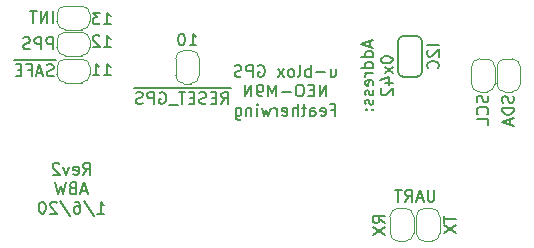
<source format=gbr>
G04 #@! TF.GenerationSoftware,KiCad,Pcbnew,(5.1.4)-1*
G04 #@! TF.CreationDate,2020-01-06T17:29:22-05:00*
G04 #@! TF.ProjectId,Feather-NEO-M9N-GPS,46656174-6865-4722-9d4e-454f2d4d394e,rev?*
G04 #@! TF.SameCoordinates,Original*
G04 #@! TF.FileFunction,Legend,Bot*
G04 #@! TF.FilePolarity,Positive*
%FSLAX46Y46*%
G04 Gerber Fmt 4.6, Leading zero omitted, Abs format (unit mm)*
G04 Created by KiCad (PCBNEW (5.1.4)-1) date 2020-01-06 17:29:22*
%MOMM*%
%LPD*%
G04 APERTURE LIST*
%ADD10C,0.150000*%
%ADD11C,0.120000*%
%ADD12C,0.203200*%
G04 APERTURE END LIST*
D10*
X148882076Y-78290680D02*
X149453504Y-78290680D01*
X149167790Y-78290680D02*
X149167790Y-77290680D01*
X149263028Y-77433538D01*
X149358266Y-77528776D01*
X149453504Y-77576395D01*
X148263028Y-77290680D02*
X148167790Y-77290680D01*
X148072552Y-77338300D01*
X148024933Y-77385919D01*
X147977314Y-77481157D01*
X147929695Y-77671633D01*
X147929695Y-77909728D01*
X147977314Y-78100204D01*
X148024933Y-78195442D01*
X148072552Y-78243061D01*
X148167790Y-78290680D01*
X148263028Y-78290680D01*
X148358266Y-78243061D01*
X148405885Y-78195442D01*
X148453504Y-78100204D01*
X148501123Y-77909728D01*
X148501123Y-77671633D01*
X148453504Y-77481157D01*
X148405885Y-77385919D01*
X148358266Y-77338300D01*
X148263028Y-77290680D01*
X139863390Y-89226380D02*
X140196723Y-88750190D01*
X140434819Y-89226380D02*
X140434819Y-88226380D01*
X140053866Y-88226380D01*
X139958628Y-88274000D01*
X139911009Y-88321619D01*
X139863390Y-88416857D01*
X139863390Y-88559714D01*
X139911009Y-88654952D01*
X139958628Y-88702571D01*
X140053866Y-88750190D01*
X140434819Y-88750190D01*
X139053866Y-89178761D02*
X139149104Y-89226380D01*
X139339580Y-89226380D01*
X139434819Y-89178761D01*
X139482438Y-89083523D01*
X139482438Y-88702571D01*
X139434819Y-88607333D01*
X139339580Y-88559714D01*
X139149104Y-88559714D01*
X139053866Y-88607333D01*
X139006247Y-88702571D01*
X139006247Y-88797809D01*
X139482438Y-88893047D01*
X138672914Y-88559714D02*
X138434819Y-89226380D01*
X138196723Y-88559714D01*
X137863390Y-88321619D02*
X137815771Y-88274000D01*
X137720533Y-88226380D01*
X137482438Y-88226380D01*
X137387200Y-88274000D01*
X137339580Y-88321619D01*
X137291961Y-88416857D01*
X137291961Y-88512095D01*
X137339580Y-88654952D01*
X137911009Y-89226380D01*
X137291961Y-89226380D01*
X140196723Y-90590666D02*
X139720533Y-90590666D01*
X140291961Y-90876380D02*
X139958628Y-89876380D01*
X139625295Y-90876380D01*
X138958628Y-90352571D02*
X138815771Y-90400190D01*
X138768152Y-90447809D01*
X138720533Y-90543047D01*
X138720533Y-90685904D01*
X138768152Y-90781142D01*
X138815771Y-90828761D01*
X138911009Y-90876380D01*
X139291961Y-90876380D01*
X139291961Y-89876380D01*
X138958628Y-89876380D01*
X138863390Y-89924000D01*
X138815771Y-89971619D01*
X138768152Y-90066857D01*
X138768152Y-90162095D01*
X138815771Y-90257333D01*
X138863390Y-90304952D01*
X138958628Y-90352571D01*
X139291961Y-90352571D01*
X138387200Y-89876380D02*
X138149104Y-90876380D01*
X137958628Y-90162095D01*
X137768152Y-90876380D01*
X137530057Y-89876380D01*
X141077676Y-92526380D02*
X141649104Y-92526380D01*
X141363390Y-92526380D02*
X141363390Y-91526380D01*
X141458628Y-91669238D01*
X141553866Y-91764476D01*
X141649104Y-91812095D01*
X139934819Y-91478761D02*
X140791961Y-92764476D01*
X139172914Y-91526380D02*
X139363390Y-91526380D01*
X139458628Y-91574000D01*
X139506247Y-91621619D01*
X139601485Y-91764476D01*
X139649104Y-91954952D01*
X139649104Y-92335904D01*
X139601485Y-92431142D01*
X139553866Y-92478761D01*
X139458628Y-92526380D01*
X139268152Y-92526380D01*
X139172914Y-92478761D01*
X139125295Y-92431142D01*
X139077676Y-92335904D01*
X139077676Y-92097809D01*
X139125295Y-92002571D01*
X139172914Y-91954952D01*
X139268152Y-91907333D01*
X139458628Y-91907333D01*
X139553866Y-91954952D01*
X139601485Y-92002571D01*
X139649104Y-92097809D01*
X137934819Y-91478761D02*
X138791961Y-92764476D01*
X137649104Y-91621619D02*
X137601485Y-91574000D01*
X137506247Y-91526380D01*
X137268152Y-91526380D01*
X137172914Y-91574000D01*
X137125295Y-91621619D01*
X137077676Y-91716857D01*
X137077676Y-91812095D01*
X137125295Y-91954952D01*
X137696723Y-92526380D01*
X137077676Y-92526380D01*
X136458628Y-91526380D02*
X136363390Y-91526380D01*
X136268152Y-91574000D01*
X136220533Y-91621619D01*
X136172914Y-91716857D01*
X136125295Y-91907333D01*
X136125295Y-92145428D01*
X136172914Y-92335904D01*
X136220533Y-92431142D01*
X136268152Y-92478761D01*
X136363390Y-92526380D01*
X136458628Y-92526380D01*
X136553866Y-92478761D01*
X136601485Y-92431142D01*
X136649104Y-92335904D01*
X136696723Y-92145428D01*
X136696723Y-91907333D01*
X136649104Y-91716857D01*
X136601485Y-91621619D01*
X136553866Y-91574000D01*
X136458628Y-91526380D01*
X160843433Y-80279314D02*
X160843433Y-80945980D01*
X161272004Y-80279314D02*
X161272004Y-80803123D01*
X161224385Y-80898361D01*
X161129147Y-80945980D01*
X160986290Y-80945980D01*
X160891052Y-80898361D01*
X160843433Y-80850742D01*
X160367242Y-80565028D02*
X159605338Y-80565028D01*
X159129147Y-80945980D02*
X159129147Y-79945980D01*
X159129147Y-80326933D02*
X159033909Y-80279314D01*
X158843433Y-80279314D01*
X158748195Y-80326933D01*
X158700576Y-80374552D01*
X158652957Y-80469790D01*
X158652957Y-80755504D01*
X158700576Y-80850742D01*
X158748195Y-80898361D01*
X158843433Y-80945980D01*
X159033909Y-80945980D01*
X159129147Y-80898361D01*
X158081528Y-80945980D02*
X158176766Y-80898361D01*
X158224385Y-80803123D01*
X158224385Y-79945980D01*
X157557719Y-80945980D02*
X157652957Y-80898361D01*
X157700576Y-80850742D01*
X157748195Y-80755504D01*
X157748195Y-80469790D01*
X157700576Y-80374552D01*
X157652957Y-80326933D01*
X157557719Y-80279314D01*
X157414861Y-80279314D01*
X157319623Y-80326933D01*
X157272004Y-80374552D01*
X157224385Y-80469790D01*
X157224385Y-80755504D01*
X157272004Y-80850742D01*
X157319623Y-80898361D01*
X157414861Y-80945980D01*
X157557719Y-80945980D01*
X156891052Y-80945980D02*
X156367242Y-80279314D01*
X156891052Y-80279314D02*
X156367242Y-80945980D01*
X154700576Y-79993600D02*
X154795814Y-79945980D01*
X154938671Y-79945980D01*
X155081528Y-79993600D01*
X155176766Y-80088838D01*
X155224385Y-80184076D01*
X155272004Y-80374552D01*
X155272004Y-80517409D01*
X155224385Y-80707885D01*
X155176766Y-80803123D01*
X155081528Y-80898361D01*
X154938671Y-80945980D01*
X154843433Y-80945980D01*
X154700576Y-80898361D01*
X154652957Y-80850742D01*
X154652957Y-80517409D01*
X154843433Y-80517409D01*
X154224385Y-80945980D02*
X154224385Y-79945980D01*
X153843433Y-79945980D01*
X153748195Y-79993600D01*
X153700576Y-80041219D01*
X153652957Y-80136457D01*
X153652957Y-80279314D01*
X153700576Y-80374552D01*
X153748195Y-80422171D01*
X153843433Y-80469790D01*
X154224385Y-80469790D01*
X153272004Y-80898361D02*
X153129147Y-80945980D01*
X152891052Y-80945980D01*
X152795814Y-80898361D01*
X152748195Y-80850742D01*
X152700576Y-80755504D01*
X152700576Y-80660266D01*
X152748195Y-80565028D01*
X152795814Y-80517409D01*
X152891052Y-80469790D01*
X153081528Y-80422171D01*
X153176766Y-80374552D01*
X153224385Y-80326933D01*
X153272004Y-80231695D01*
X153272004Y-80136457D01*
X153224385Y-80041219D01*
X153176766Y-79993600D01*
X153081528Y-79945980D01*
X152843433Y-79945980D01*
X152700576Y-79993600D01*
X160462480Y-82595980D02*
X160462480Y-81595980D01*
X159891052Y-82595980D01*
X159891052Y-81595980D01*
X159414861Y-82072171D02*
X159081528Y-82072171D01*
X158938671Y-82595980D02*
X159414861Y-82595980D01*
X159414861Y-81595980D01*
X158938671Y-81595980D01*
X158319623Y-81595980D02*
X158129147Y-81595980D01*
X158033909Y-81643600D01*
X157938671Y-81738838D01*
X157891052Y-81929314D01*
X157891052Y-82262647D01*
X157938671Y-82453123D01*
X158033909Y-82548361D01*
X158129147Y-82595980D01*
X158319623Y-82595980D01*
X158414861Y-82548361D01*
X158510100Y-82453123D01*
X158557719Y-82262647D01*
X158557719Y-81929314D01*
X158510100Y-81738838D01*
X158414861Y-81643600D01*
X158319623Y-81595980D01*
X157462480Y-82215028D02*
X156700576Y-82215028D01*
X156224385Y-82595980D02*
X156224385Y-81595980D01*
X155891052Y-82310266D01*
X155557719Y-81595980D01*
X155557719Y-82595980D01*
X155033909Y-82595980D02*
X154843433Y-82595980D01*
X154748195Y-82548361D01*
X154700576Y-82500742D01*
X154605338Y-82357885D01*
X154557719Y-82167409D01*
X154557719Y-81786457D01*
X154605338Y-81691219D01*
X154652957Y-81643600D01*
X154748195Y-81595980D01*
X154938671Y-81595980D01*
X155033909Y-81643600D01*
X155081528Y-81691219D01*
X155129147Y-81786457D01*
X155129147Y-82024552D01*
X155081528Y-82119790D01*
X155033909Y-82167409D01*
X154938671Y-82215028D01*
X154748195Y-82215028D01*
X154652957Y-82167409D01*
X154605338Y-82119790D01*
X154557719Y-82024552D01*
X154129147Y-82595980D02*
X154129147Y-81595980D01*
X153557719Y-82595980D01*
X153557719Y-81595980D01*
X160891052Y-83722171D02*
X161224385Y-83722171D01*
X161224385Y-84245980D02*
X161224385Y-83245980D01*
X160748195Y-83245980D01*
X159986290Y-84198361D02*
X160081528Y-84245980D01*
X160272004Y-84245980D01*
X160367242Y-84198361D01*
X160414861Y-84103123D01*
X160414861Y-83722171D01*
X160367242Y-83626933D01*
X160272004Y-83579314D01*
X160081528Y-83579314D01*
X159986290Y-83626933D01*
X159938671Y-83722171D01*
X159938671Y-83817409D01*
X160414861Y-83912647D01*
X159081528Y-84245980D02*
X159081528Y-83722171D01*
X159129147Y-83626933D01*
X159224385Y-83579314D01*
X159414861Y-83579314D01*
X159510100Y-83626933D01*
X159081528Y-84198361D02*
X159176766Y-84245980D01*
X159414861Y-84245980D01*
X159510100Y-84198361D01*
X159557719Y-84103123D01*
X159557719Y-84007885D01*
X159510100Y-83912647D01*
X159414861Y-83865028D01*
X159176766Y-83865028D01*
X159081528Y-83817409D01*
X158748195Y-83579314D02*
X158367242Y-83579314D01*
X158605338Y-83245980D02*
X158605338Y-84103123D01*
X158557719Y-84198361D01*
X158462480Y-84245980D01*
X158367242Y-84245980D01*
X158033909Y-84245980D02*
X158033909Y-83245980D01*
X157605338Y-84245980D02*
X157605338Y-83722171D01*
X157652957Y-83626933D01*
X157748195Y-83579314D01*
X157891052Y-83579314D01*
X157986290Y-83626933D01*
X158033909Y-83674552D01*
X156748195Y-84198361D02*
X156843433Y-84245980D01*
X157033909Y-84245980D01*
X157129147Y-84198361D01*
X157176766Y-84103123D01*
X157176766Y-83722171D01*
X157129147Y-83626933D01*
X157033909Y-83579314D01*
X156843433Y-83579314D01*
X156748195Y-83626933D01*
X156700576Y-83722171D01*
X156700576Y-83817409D01*
X157176766Y-83912647D01*
X156272004Y-84245980D02*
X156272004Y-83579314D01*
X156272004Y-83769790D02*
X156224385Y-83674552D01*
X156176766Y-83626933D01*
X156081528Y-83579314D01*
X155986290Y-83579314D01*
X155748195Y-83579314D02*
X155557719Y-84245980D01*
X155367242Y-83769790D01*
X155176766Y-84245980D01*
X154986290Y-83579314D01*
X154605338Y-84245980D02*
X154605338Y-83579314D01*
X154605338Y-83245980D02*
X154652957Y-83293600D01*
X154605338Y-83341219D01*
X154557719Y-83293600D01*
X154605338Y-83245980D01*
X154605338Y-83341219D01*
X154129147Y-83579314D02*
X154129147Y-84245980D01*
X154129147Y-83674552D02*
X154081528Y-83626933D01*
X153986290Y-83579314D01*
X153843433Y-83579314D01*
X153748195Y-83626933D01*
X153700576Y-83722171D01*
X153700576Y-84245980D01*
X152795814Y-83579314D02*
X152795814Y-84388838D01*
X152843433Y-84484076D01*
X152891052Y-84531695D01*
X152986290Y-84579314D01*
X153129147Y-84579314D01*
X153224385Y-84531695D01*
X152795814Y-84198361D02*
X152891052Y-84245980D01*
X153081528Y-84245980D01*
X153176766Y-84198361D01*
X153224385Y-84150742D01*
X153272004Y-84055504D01*
X153272004Y-83769790D01*
X153224385Y-83674552D01*
X153176766Y-83626933D01*
X153081528Y-83579314D01*
X152891052Y-83579314D01*
X152795814Y-83626933D01*
X164136866Y-77932328D02*
X164136866Y-78408519D01*
X164422580Y-77837090D02*
X163422580Y-78170423D01*
X164422580Y-78503757D01*
X164422580Y-79265661D02*
X163422580Y-79265661D01*
X164374961Y-79265661D02*
X164422580Y-79170423D01*
X164422580Y-78979947D01*
X164374961Y-78884709D01*
X164327342Y-78837090D01*
X164232104Y-78789471D01*
X163946390Y-78789471D01*
X163851152Y-78837090D01*
X163803533Y-78884709D01*
X163755914Y-78979947D01*
X163755914Y-79170423D01*
X163803533Y-79265661D01*
X164422580Y-80170423D02*
X163422580Y-80170423D01*
X164374961Y-80170423D02*
X164422580Y-80075185D01*
X164422580Y-79884709D01*
X164374961Y-79789471D01*
X164327342Y-79741852D01*
X164232104Y-79694233D01*
X163946390Y-79694233D01*
X163851152Y-79741852D01*
X163803533Y-79789471D01*
X163755914Y-79884709D01*
X163755914Y-80075185D01*
X163803533Y-80170423D01*
X164422580Y-80646614D02*
X163755914Y-80646614D01*
X163946390Y-80646614D02*
X163851152Y-80694233D01*
X163803533Y-80741852D01*
X163755914Y-80837090D01*
X163755914Y-80932328D01*
X164374961Y-81646614D02*
X164422580Y-81551376D01*
X164422580Y-81360900D01*
X164374961Y-81265661D01*
X164279723Y-81218042D01*
X163898771Y-81218042D01*
X163803533Y-81265661D01*
X163755914Y-81360900D01*
X163755914Y-81551376D01*
X163803533Y-81646614D01*
X163898771Y-81694233D01*
X163994009Y-81694233D01*
X164089247Y-81218042D01*
X164374961Y-82075185D02*
X164422580Y-82170423D01*
X164422580Y-82360900D01*
X164374961Y-82456138D01*
X164279723Y-82503757D01*
X164232104Y-82503757D01*
X164136866Y-82456138D01*
X164089247Y-82360900D01*
X164089247Y-82218042D01*
X164041628Y-82122804D01*
X163946390Y-82075185D01*
X163898771Y-82075185D01*
X163803533Y-82122804D01*
X163755914Y-82218042D01*
X163755914Y-82360900D01*
X163803533Y-82456138D01*
X164374961Y-82884709D02*
X164422580Y-82979947D01*
X164422580Y-83170423D01*
X164374961Y-83265661D01*
X164279723Y-83313280D01*
X164232104Y-83313280D01*
X164136866Y-83265661D01*
X164089247Y-83170423D01*
X164089247Y-83027566D01*
X164041628Y-82932328D01*
X163946390Y-82884709D01*
X163898771Y-82884709D01*
X163803533Y-82932328D01*
X163755914Y-83027566D01*
X163755914Y-83170423D01*
X163803533Y-83265661D01*
X164327342Y-83741852D02*
X164374961Y-83789471D01*
X164422580Y-83741852D01*
X164374961Y-83694233D01*
X164327342Y-83741852D01*
X164422580Y-83741852D01*
X163803533Y-83741852D02*
X163851152Y-83789471D01*
X163898771Y-83741852D01*
X163851152Y-83694233D01*
X163803533Y-83741852D01*
X163898771Y-83741852D01*
X165072580Y-79456138D02*
X165072580Y-79551376D01*
X165120200Y-79646614D01*
X165167819Y-79694233D01*
X165263057Y-79741852D01*
X165453533Y-79789471D01*
X165691628Y-79789471D01*
X165882104Y-79741852D01*
X165977342Y-79694233D01*
X166024961Y-79646614D01*
X166072580Y-79551376D01*
X166072580Y-79456138D01*
X166024961Y-79360900D01*
X165977342Y-79313280D01*
X165882104Y-79265661D01*
X165691628Y-79218042D01*
X165453533Y-79218042D01*
X165263057Y-79265661D01*
X165167819Y-79313280D01*
X165120200Y-79360900D01*
X165072580Y-79456138D01*
X166072580Y-80122804D02*
X165405914Y-80646614D01*
X165405914Y-80122804D02*
X166072580Y-80646614D01*
X165405914Y-81456138D02*
X166072580Y-81456138D01*
X165024961Y-81218042D02*
X165739247Y-80979947D01*
X165739247Y-81598995D01*
X165167819Y-81932328D02*
X165120200Y-81979947D01*
X165072580Y-82075185D01*
X165072580Y-82313280D01*
X165120200Y-82408519D01*
X165167819Y-82456138D01*
X165263057Y-82503757D01*
X165358295Y-82503757D01*
X165501152Y-82456138D01*
X166072580Y-81884709D01*
X166072580Y-82503757D01*
X169616238Y-90511380D02*
X169616238Y-91320904D01*
X169568619Y-91416142D01*
X169521000Y-91463761D01*
X169425761Y-91511380D01*
X169235285Y-91511380D01*
X169140047Y-91463761D01*
X169092428Y-91416142D01*
X169044809Y-91320904D01*
X169044809Y-90511380D01*
X168616238Y-91225666D02*
X168140047Y-91225666D01*
X168711476Y-91511380D02*
X168378142Y-90511380D01*
X168044809Y-91511380D01*
X167140047Y-91511380D02*
X167473380Y-91035190D01*
X167711476Y-91511380D02*
X167711476Y-90511380D01*
X167330523Y-90511380D01*
X167235285Y-90559000D01*
X167187666Y-90606619D01*
X167140047Y-90701857D01*
X167140047Y-90844714D01*
X167187666Y-90939952D01*
X167235285Y-90987571D01*
X167330523Y-91035190D01*
X167711476Y-91035190D01*
X166854333Y-90511380D02*
X166282904Y-90511380D01*
X166568619Y-91511380D02*
X166568619Y-90511380D01*
X141627836Y-80833220D02*
X142199264Y-80833220D01*
X141913550Y-80833220D02*
X141913550Y-79833220D01*
X142008788Y-79976078D01*
X142104026Y-80071316D01*
X142199264Y-80118935D01*
X140675455Y-80833220D02*
X141246883Y-80833220D01*
X140961169Y-80833220D02*
X140961169Y-79833220D01*
X141056407Y-79976078D01*
X141151645Y-80071316D01*
X141246883Y-80118935D01*
X141627836Y-78430380D02*
X142199264Y-78430380D01*
X141913550Y-78430380D02*
X141913550Y-77430380D01*
X142008788Y-77573238D01*
X142104026Y-77668476D01*
X142199264Y-77716095D01*
X141246883Y-77525619D02*
X141199264Y-77478000D01*
X141104026Y-77430380D01*
X140865931Y-77430380D01*
X140770693Y-77478000D01*
X140723074Y-77525619D01*
X140675455Y-77620857D01*
X140675455Y-77716095D01*
X140723074Y-77858952D01*
X141294502Y-78430380D01*
X140675455Y-78430380D01*
X141627836Y-76515220D02*
X142199264Y-76515220D01*
X141913550Y-76515220D02*
X141913550Y-75515220D01*
X142008788Y-75658078D01*
X142104026Y-75753316D01*
X142199264Y-75800935D01*
X141294502Y-75515220D02*
X140675455Y-75515220D01*
X141008788Y-75896173D01*
X140865931Y-75896173D01*
X140770693Y-75943792D01*
X140723074Y-75991411D01*
X140675455Y-76086649D01*
X140675455Y-76324744D01*
X140723074Y-76419982D01*
X140770693Y-76467601D01*
X140865931Y-76515220D01*
X141151645Y-76515220D01*
X141246883Y-76467601D01*
X141294502Y-76419982D01*
D11*
X149704300Y-80811600D02*
X149704300Y-79411600D01*
X149004300Y-78711600D02*
X148404300Y-78711600D01*
X147704300Y-79411600D02*
X147704300Y-80811600D01*
X148404300Y-81511600D02*
X149004300Y-81511600D01*
X149004300Y-81511600D02*
G75*
G03X149704300Y-80811600I0J700000D01*
G01*
X147704300Y-80811600D02*
G75*
G03X148404300Y-81511600I700000J0D01*
G01*
X148404300Y-78711600D02*
G75*
G03X147704300Y-79411600I0J-700000D01*
G01*
X149704300Y-79411600D02*
G75*
G03X149004300Y-78711600I-700000J0D01*
G01*
D12*
X166532560Y-77942440D02*
X166532560Y-80482440D01*
X168107360Y-77485240D02*
X166989760Y-77485240D01*
X168107360Y-80939640D02*
X166989760Y-80939640D01*
X168107360Y-80939640D02*
G75*
G03X168564560Y-80482440I0J457200D01*
G01*
X168564560Y-77942440D02*
G75*
G03X168107360Y-77485240I-457200J0D01*
G01*
X166532560Y-77942440D02*
G75*
G02X166989760Y-77485240I457200J0D01*
G01*
X166989760Y-80939640D02*
G75*
G02X166532560Y-80482440I0J457200D01*
G01*
X168564560Y-80482440D02*
X168564560Y-77942440D01*
D11*
X138354840Y-81431640D02*
X139754840Y-81431640D01*
X140454840Y-80731640D02*
X140454840Y-80131640D01*
X139754840Y-79431640D02*
X138354840Y-79431640D01*
X137654840Y-80131640D02*
X137654840Y-80731640D01*
X137654840Y-80731640D02*
G75*
G03X138354840Y-81431640I700000J0D01*
G01*
X138354840Y-79431640D02*
G75*
G03X137654840Y-80131640I0J-700000D01*
G01*
X140454840Y-80131640D02*
G75*
G03X139754840Y-79431640I-700000J0D01*
G01*
X139754840Y-81431640D02*
G75*
G03X140454840Y-80731640I0J700000D01*
G01*
X138354840Y-79155800D02*
X139754840Y-79155800D01*
X140454840Y-78455800D02*
X140454840Y-77855800D01*
X139754840Y-77155800D02*
X138354840Y-77155800D01*
X137654840Y-77855800D02*
X137654840Y-78455800D01*
X137654840Y-78455800D02*
G75*
G03X138354840Y-79155800I700000J0D01*
G01*
X138354840Y-77155800D02*
G75*
G03X137654840Y-77855800I0J-700000D01*
G01*
X140454840Y-77855800D02*
G75*
G03X139754840Y-77155800I-700000J0D01*
G01*
X139754840Y-79155800D02*
G75*
G03X140454840Y-78455800I0J700000D01*
G01*
X138354840Y-76951080D02*
X139754840Y-76951080D01*
X140454840Y-76251080D02*
X140454840Y-75651080D01*
X139754840Y-74951080D02*
X138354840Y-74951080D01*
X137654840Y-75651080D02*
X137654840Y-76251080D01*
X137654840Y-76251080D02*
G75*
G03X138354840Y-76951080I700000J0D01*
G01*
X138354840Y-74951080D02*
G75*
G03X137654840Y-75651080I0J-700000D01*
G01*
X140454840Y-75651080D02*
G75*
G03X139754840Y-74951080I-700000J0D01*
G01*
X139754840Y-76951080D02*
G75*
G03X140454840Y-76251080I0J700000D01*
G01*
X167855140Y-94172000D02*
X167855140Y-92772000D01*
X167155140Y-92072000D02*
X166555140Y-92072000D01*
X165855140Y-92772000D02*
X165855140Y-94172000D01*
X166555140Y-94872000D02*
X167155140Y-94872000D01*
X167155140Y-94872000D02*
G75*
G03X167855140Y-94172000I0J700000D01*
G01*
X165855140Y-94172000D02*
G75*
G03X166555140Y-94872000I700000J0D01*
G01*
X166555140Y-92072000D02*
G75*
G03X165855140Y-92772000I0J-700000D01*
G01*
X167855140Y-92772000D02*
G75*
G03X167155140Y-92072000I-700000J0D01*
G01*
X168075100Y-92777080D02*
X168075100Y-94177080D01*
X168775100Y-94877080D02*
X169375100Y-94877080D01*
X170075100Y-94177080D02*
X170075100Y-92777080D01*
X169375100Y-92077080D02*
X168775100Y-92077080D01*
X168775100Y-92077080D02*
G75*
G03X168075100Y-92777080I0J-700000D01*
G01*
X170075100Y-92777080D02*
G75*
G03X169375100Y-92077080I-700000J0D01*
G01*
X169375100Y-94877080D02*
G75*
G03X170075100Y-94177080I0J700000D01*
G01*
X168075100Y-94177080D02*
G75*
G03X168775100Y-94877080I700000J0D01*
G01*
X172746160Y-80122800D02*
X172746160Y-81522800D01*
X173446160Y-82222800D02*
X174046160Y-82222800D01*
X174746160Y-81522800D02*
X174746160Y-80122800D01*
X174046160Y-79422800D02*
X173446160Y-79422800D01*
X173446160Y-79422800D02*
G75*
G03X172746160Y-80122800I0J-700000D01*
G01*
X174746160Y-80122800D02*
G75*
G03X174046160Y-79422800I-700000J0D01*
G01*
X174046160Y-82222800D02*
G75*
G03X174746160Y-81522800I0J700000D01*
G01*
X172746160Y-81522800D02*
G75*
G03X173446160Y-82222800I700000J0D01*
G01*
X174895000Y-80122800D02*
X174895000Y-81522800D01*
X175595000Y-82222800D02*
X176195000Y-82222800D01*
X176895000Y-81522800D02*
X176895000Y-80122800D01*
X176195000Y-79422800D02*
X175595000Y-79422800D01*
X175595000Y-79422800D02*
G75*
G03X174895000Y-80122800I0J-700000D01*
G01*
X176895000Y-80122800D02*
G75*
G03X176195000Y-79422800I-700000J0D01*
G01*
X176195000Y-82222800D02*
G75*
G03X176895000Y-81522800I0J700000D01*
G01*
X174895000Y-81522800D02*
G75*
G03X175595000Y-82222800I700000J0D01*
G01*
D10*
X152391547Y-81863600D02*
X151391547Y-81863600D01*
X151582023Y-83230980D02*
X151915357Y-82754790D01*
X152153452Y-83230980D02*
X152153452Y-82230980D01*
X151772500Y-82230980D01*
X151677261Y-82278600D01*
X151629642Y-82326219D01*
X151582023Y-82421457D01*
X151582023Y-82564314D01*
X151629642Y-82659552D01*
X151677261Y-82707171D01*
X151772500Y-82754790D01*
X152153452Y-82754790D01*
X151391547Y-81863600D02*
X150486785Y-81863600D01*
X151153452Y-82707171D02*
X150820119Y-82707171D01*
X150677261Y-83230980D02*
X151153452Y-83230980D01*
X151153452Y-82230980D01*
X150677261Y-82230980D01*
X150486785Y-81863600D02*
X149534404Y-81863600D01*
X150296309Y-83183361D02*
X150153452Y-83230980D01*
X149915357Y-83230980D01*
X149820119Y-83183361D01*
X149772500Y-83135742D01*
X149724880Y-83040504D01*
X149724880Y-82945266D01*
X149772500Y-82850028D01*
X149820119Y-82802409D01*
X149915357Y-82754790D01*
X150105833Y-82707171D01*
X150201071Y-82659552D01*
X150248690Y-82611933D01*
X150296309Y-82516695D01*
X150296309Y-82421457D01*
X150248690Y-82326219D01*
X150201071Y-82278600D01*
X150105833Y-82230980D01*
X149867738Y-82230980D01*
X149724880Y-82278600D01*
X149534404Y-81863600D02*
X148629642Y-81863600D01*
X149296309Y-82707171D02*
X148962976Y-82707171D01*
X148820119Y-83230980D02*
X149296309Y-83230980D01*
X149296309Y-82230980D01*
X148820119Y-82230980D01*
X148629642Y-81863600D02*
X147867738Y-81863600D01*
X148534404Y-82230980D02*
X147962976Y-82230980D01*
X148248690Y-83230980D02*
X148248690Y-82230980D01*
X147867738Y-81863600D02*
X147105833Y-81863600D01*
X147867738Y-83326219D02*
X147105833Y-83326219D01*
X147105833Y-81863600D02*
X146105833Y-81863600D01*
X146343928Y-82278600D02*
X146439166Y-82230980D01*
X146582023Y-82230980D01*
X146724880Y-82278600D01*
X146820119Y-82373838D01*
X146867738Y-82469076D01*
X146915357Y-82659552D01*
X146915357Y-82802409D01*
X146867738Y-82992885D01*
X146820119Y-83088123D01*
X146724880Y-83183361D01*
X146582023Y-83230980D01*
X146486785Y-83230980D01*
X146343928Y-83183361D01*
X146296309Y-83135742D01*
X146296309Y-82802409D01*
X146486785Y-82802409D01*
X146105833Y-81863600D02*
X145105833Y-81863600D01*
X145867738Y-83230980D02*
X145867738Y-82230980D01*
X145486785Y-82230980D01*
X145391547Y-82278600D01*
X145343928Y-82326219D01*
X145296309Y-82421457D01*
X145296309Y-82564314D01*
X145343928Y-82659552D01*
X145391547Y-82707171D01*
X145486785Y-82754790D01*
X145867738Y-82754790D01*
X145105833Y-81863600D02*
X144153452Y-81863600D01*
X144915357Y-83183361D02*
X144772500Y-83230980D01*
X144534404Y-83230980D01*
X144439166Y-83183361D01*
X144391547Y-83135742D01*
X144343928Y-83040504D01*
X144343928Y-82945266D01*
X144391547Y-82850028D01*
X144439166Y-82802409D01*
X144534404Y-82754790D01*
X144724880Y-82707171D01*
X144820119Y-82659552D01*
X144867738Y-82611933D01*
X144915357Y-82516695D01*
X144915357Y-82421457D01*
X144867738Y-82326219D01*
X144820119Y-82278600D01*
X144724880Y-82230980D01*
X144486785Y-82230980D01*
X144343928Y-82278600D01*
X169989380Y-78236249D02*
X168989380Y-78236249D01*
X169084619Y-78664820D02*
X169037000Y-78712440D01*
X168989380Y-78807678D01*
X168989380Y-79045773D01*
X169037000Y-79141011D01*
X169084619Y-79188630D01*
X169179857Y-79236249D01*
X169275095Y-79236249D01*
X169417952Y-79188630D01*
X169989380Y-78617201D01*
X169989380Y-79236249D01*
X169894142Y-80236249D02*
X169941761Y-80188630D01*
X169989380Y-80045773D01*
X169989380Y-79950535D01*
X169941761Y-79807678D01*
X169846523Y-79712440D01*
X169751285Y-79664820D01*
X169560809Y-79617201D01*
X169417952Y-79617201D01*
X169227476Y-79664820D01*
X169132238Y-79712440D01*
X169037000Y-79807678D01*
X168989380Y-79950535D01*
X168989380Y-80045773D01*
X169037000Y-80188630D01*
X169084619Y-80236249D01*
X137558874Y-79521720D02*
X136606493Y-79521720D01*
X137368398Y-80841481D02*
X137225540Y-80889100D01*
X136987445Y-80889100D01*
X136892207Y-80841481D01*
X136844588Y-80793862D01*
X136796969Y-80698624D01*
X136796969Y-80603386D01*
X136844588Y-80508148D01*
X136892207Y-80460529D01*
X136987445Y-80412910D01*
X137177921Y-80365291D01*
X137273160Y-80317672D01*
X137320779Y-80270053D01*
X137368398Y-80174815D01*
X137368398Y-80079577D01*
X137320779Y-79984339D01*
X137273160Y-79936720D01*
X137177921Y-79889100D01*
X136939826Y-79889100D01*
X136796969Y-79936720D01*
X136606493Y-79521720D02*
X135749350Y-79521720D01*
X136416017Y-80603386D02*
X135939826Y-80603386D01*
X136511255Y-80889100D02*
X136177921Y-79889100D01*
X135844588Y-80889100D01*
X135749350Y-79521720D02*
X134892207Y-79521720D01*
X135177921Y-80365291D02*
X135511255Y-80365291D01*
X135511255Y-80889100D02*
X135511255Y-79889100D01*
X135035064Y-79889100D01*
X134892207Y-79521720D02*
X133987445Y-79521720D01*
X134654112Y-80365291D02*
X134320779Y-80365291D01*
X134177921Y-80889100D02*
X134654112Y-80889100D01*
X134654112Y-79889100D01*
X134177921Y-79889100D01*
X137320779Y-78613260D02*
X137320779Y-77613260D01*
X136939826Y-77613260D01*
X136844588Y-77660880D01*
X136796969Y-77708499D01*
X136749350Y-77803737D01*
X136749350Y-77946594D01*
X136796969Y-78041832D01*
X136844588Y-78089451D01*
X136939826Y-78137070D01*
X137320779Y-78137070D01*
X136320779Y-78613260D02*
X136320779Y-77613260D01*
X135939826Y-77613260D01*
X135844588Y-77660880D01*
X135796969Y-77708499D01*
X135749350Y-77803737D01*
X135749350Y-77946594D01*
X135796969Y-78041832D01*
X135844588Y-78089451D01*
X135939826Y-78137070D01*
X136320779Y-78137070D01*
X135368398Y-78565641D02*
X135225541Y-78613260D01*
X134987445Y-78613260D01*
X134892207Y-78565641D01*
X134844588Y-78518022D01*
X134796969Y-78422784D01*
X134796969Y-78327546D01*
X134844588Y-78232308D01*
X134892207Y-78184689D01*
X134987445Y-78137070D01*
X135177922Y-78089451D01*
X135273160Y-78041832D01*
X135320779Y-77994213D01*
X135368398Y-77898975D01*
X135368398Y-77803737D01*
X135320779Y-77708499D01*
X135273160Y-77660880D01*
X135177922Y-77613260D01*
X134939826Y-77613260D01*
X134796969Y-77660880D01*
X137320779Y-76413620D02*
X137320779Y-75413620D01*
X136844589Y-76413620D02*
X136844589Y-75413620D01*
X136273160Y-76413620D01*
X136273160Y-75413620D01*
X135939827Y-75413620D02*
X135368398Y-75413620D01*
X135654113Y-76413620D02*
X135654113Y-75413620D01*
X165407520Y-93305333D02*
X164931330Y-92972000D01*
X165407520Y-92733904D02*
X164407520Y-92733904D01*
X164407520Y-93114857D01*
X164455140Y-93210095D01*
X164502759Y-93257714D01*
X164597997Y-93305333D01*
X164740854Y-93305333D01*
X164836092Y-93257714D01*
X164883711Y-93210095D01*
X164931330Y-93114857D01*
X164931330Y-92733904D01*
X164407520Y-93638666D02*
X165407520Y-94305333D01*
X164407520Y-94305333D02*
X165407520Y-93638666D01*
X170427480Y-92715175D02*
X170427480Y-93286603D01*
X171427480Y-93000889D02*
X170427480Y-93000889D01*
X170427480Y-93524699D02*
X171427480Y-94191365D01*
X170427480Y-94191365D02*
X171427480Y-93524699D01*
X174140761Y-82527923D02*
X174188380Y-82670780D01*
X174188380Y-82908876D01*
X174140761Y-83004114D01*
X174093142Y-83051733D01*
X173997904Y-83099352D01*
X173902666Y-83099352D01*
X173807428Y-83051733D01*
X173759809Y-83004114D01*
X173712190Y-82908876D01*
X173664571Y-82718400D01*
X173616952Y-82623161D01*
X173569333Y-82575542D01*
X173474095Y-82527923D01*
X173378857Y-82527923D01*
X173283619Y-82575542D01*
X173236000Y-82623161D01*
X173188380Y-82718400D01*
X173188380Y-82956495D01*
X173236000Y-83099352D01*
X174093142Y-84099352D02*
X174140761Y-84051733D01*
X174188380Y-83908876D01*
X174188380Y-83813638D01*
X174140761Y-83670780D01*
X174045523Y-83575542D01*
X173950285Y-83527923D01*
X173759809Y-83480304D01*
X173616952Y-83480304D01*
X173426476Y-83527923D01*
X173331238Y-83575542D01*
X173236000Y-83670780D01*
X173188380Y-83813638D01*
X173188380Y-83908876D01*
X173236000Y-84051733D01*
X173283619Y-84099352D01*
X174188380Y-85004114D02*
X174188380Y-84527923D01*
X173188380Y-84527923D01*
X176287061Y-82567614D02*
X176334680Y-82710471D01*
X176334680Y-82948566D01*
X176287061Y-83043804D01*
X176239442Y-83091423D01*
X176144204Y-83139042D01*
X176048966Y-83139042D01*
X175953728Y-83091423D01*
X175906109Y-83043804D01*
X175858490Y-82948566D01*
X175810871Y-82758090D01*
X175763252Y-82662852D01*
X175715633Y-82615233D01*
X175620395Y-82567614D01*
X175525157Y-82567614D01*
X175429919Y-82615233D01*
X175382300Y-82662852D01*
X175334680Y-82758090D01*
X175334680Y-82996185D01*
X175382300Y-83139042D01*
X176334680Y-83567614D02*
X175334680Y-83567614D01*
X175334680Y-83805709D01*
X175382300Y-83948566D01*
X175477538Y-84043804D01*
X175572776Y-84091423D01*
X175763252Y-84139042D01*
X175906109Y-84139042D01*
X176096585Y-84091423D01*
X176191823Y-84043804D01*
X176287061Y-83948566D01*
X176334680Y-83805709D01*
X176334680Y-83567614D01*
X176048966Y-84519995D02*
X176048966Y-84996185D01*
X176334680Y-84424757D02*
X175334680Y-84758090D01*
X176334680Y-85091423D01*
M02*

</source>
